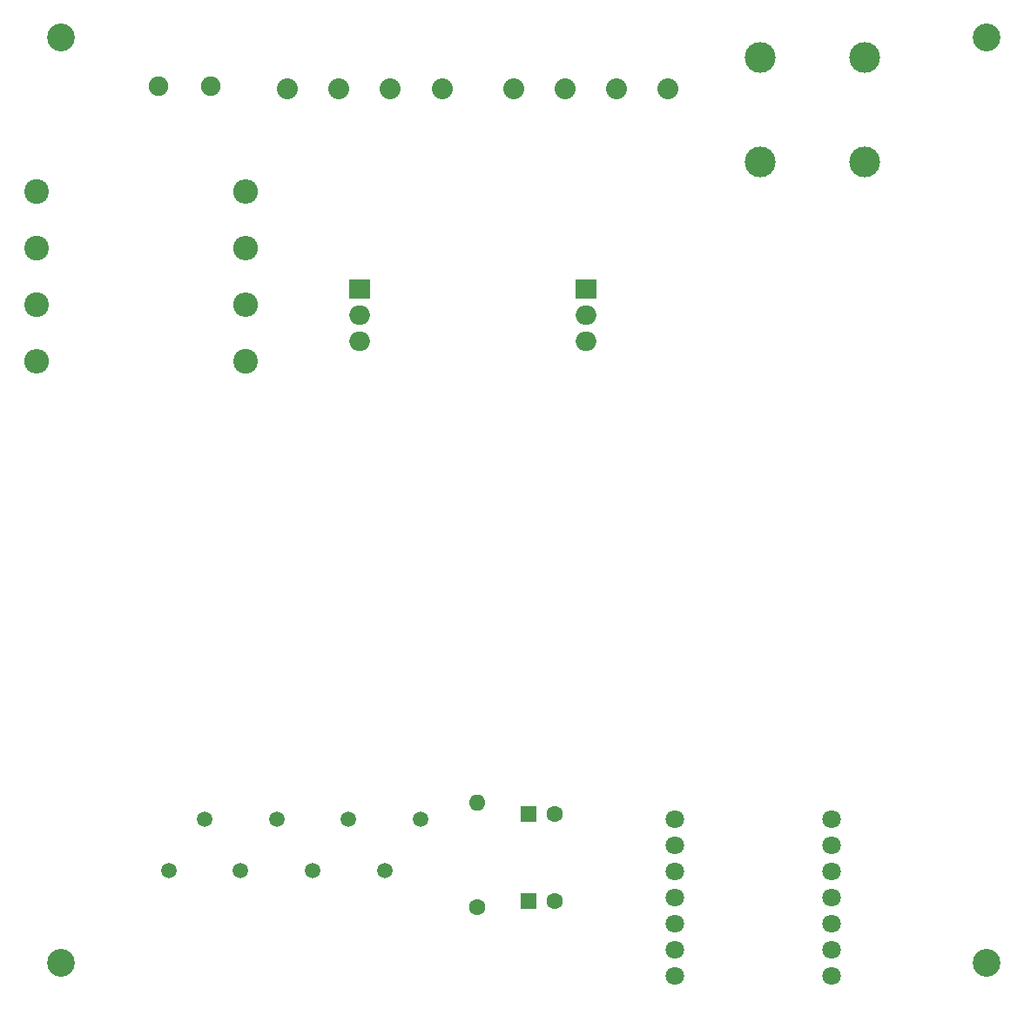
<source format=gbs>
%TF.GenerationSoftware,KiCad,Pcbnew,7.0.2*%
%TF.CreationDate,2023-06-09T00:35:45-07:00*%
%TF.ProjectId,Thyristor_Control_Board,54687972-6973-4746-9f72-5f436f6e7472,A*%
%TF.SameCoordinates,Original*%
%TF.FileFunction,Soldermask,Bot*%
%TF.FilePolarity,Negative*%
%FSLAX46Y46*%
G04 Gerber Fmt 4.6, Leading zero omitted, Abs format (unit mm)*
G04 Created by KiCad (PCBNEW 7.0.2) date 2023-06-09 00:35:45*
%MOMM*%
%LPD*%
G01*
G04 APERTURE LIST*
%ADD10C,2.032000*%
%ADD11C,1.600000*%
%ADD12O,1.600000X1.600000*%
%ADD13C,2.700000*%
%ADD14R,2.000000X1.905000*%
%ADD15O,2.000000X1.905000*%
%ADD16C,2.400000*%
%ADD17O,2.400000X2.400000*%
%ADD18R,1.600000X1.600000*%
%ADD19C,1.908048*%
%ADD20C,1.800000*%
%ADD21C,1.498600*%
%ADD22C,3.000000*%
G04 APERTURE END LIST*
D10*
X134080000Y-63000000D03*
X129080000Y-63000000D03*
X124080000Y-63000000D03*
X119080000Y-63000000D03*
D11*
X115500000Y-142580000D03*
D12*
X115500000Y-132420000D03*
D10*
X112080000Y-62999999D03*
X107080000Y-62999999D03*
X102080000Y-62999999D03*
X97080000Y-62999999D03*
D13*
X165000000Y-148000000D03*
D14*
X104110000Y-82460000D03*
D15*
X104110000Y-85000000D03*
X104110000Y-87540000D03*
D14*
X126055000Y-82460000D03*
D15*
X126055000Y-85000000D03*
X126055000Y-87540000D03*
D16*
X72680000Y-78500000D03*
D17*
X93000000Y-78500000D03*
D18*
X120500000Y-142000000D03*
D11*
X123000000Y-142000000D03*
D19*
X89620000Y-62700000D03*
X84540000Y-62700000D03*
D18*
X120500000Y-133500000D03*
D11*
X123000000Y-133500000D03*
D13*
X75000000Y-58000000D03*
X165000000Y-58000000D03*
D20*
X150000000Y-149240000D03*
X150000000Y-146700000D03*
X150000000Y-144160000D03*
X150000000Y-141620000D03*
X150000000Y-139080000D03*
X150000000Y-136540000D03*
X150000000Y-134000000D03*
X134760000Y-134000000D03*
X134760000Y-136540000D03*
X134760000Y-139080000D03*
X134760000Y-141620000D03*
X134760000Y-144160000D03*
X134760000Y-146700000D03*
X134760000Y-149240000D03*
D21*
X85499994Y-139000000D03*
X88999995Y-134000000D03*
X92499995Y-139000000D03*
X95999996Y-134000000D03*
X99499996Y-139000000D03*
X102999997Y-134000000D03*
X106500000Y-139000000D03*
X110000001Y-134000000D03*
D16*
X72680000Y-84000000D03*
D17*
X93000000Y-84000000D03*
D22*
X153160000Y-70056701D03*
X153160000Y-59896701D03*
X143000000Y-70056701D03*
X143000000Y-59896701D03*
D16*
X93000000Y-89500000D03*
D17*
X72680000Y-89500000D03*
D13*
X75000000Y-148000000D03*
D16*
X72680000Y-73000000D03*
D17*
X93000000Y-73000000D03*
M02*

</source>
